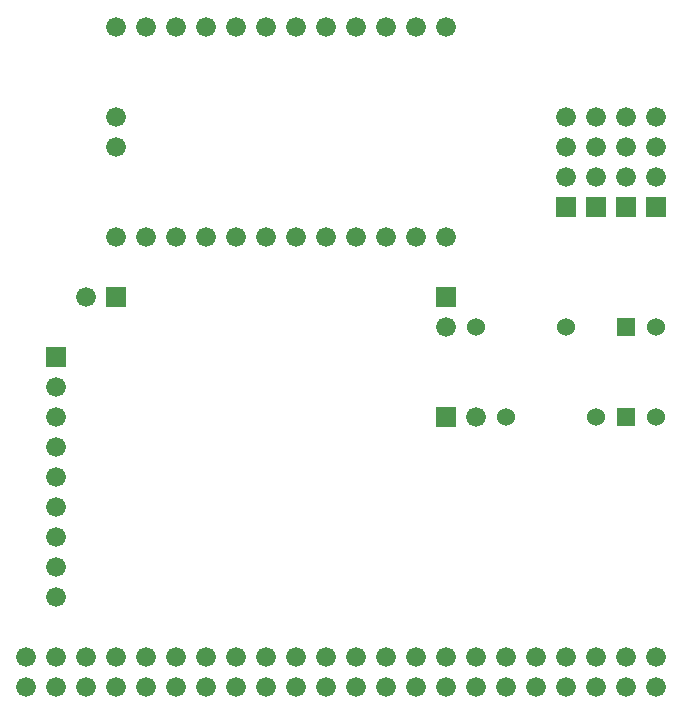
<source format=gts>
G04 start of page 6 for group -4063 idx -4063 *
G04 Title: (unknown), componentmask *
G04 Creator: pcb 20140316 *
G04 CreationDate: Fri 04 Aug 2017 03:19:25 PM GMT UTC *
G04 For: root *
G04 Format: Gerber/RS-274X *
G04 PCB-Dimensions (mil): 6000.00 5000.00 *
G04 PCB-Coordinate-Origin: lower left *
%MOIN*%
%FSLAX25Y25*%
%LNTOPMASK*%
%ADD38C,0.0600*%
%ADD37C,0.0001*%
%ADD36C,0.0660*%
G54D36*X40000Y230000D03*
Y240000D03*
X50000Y230000D03*
Y240000D03*
X250000D03*
Y230000D03*
X240000D03*
Y240000D03*
X230000D03*
Y230000D03*
X220000D03*
X210000D03*
X200000D03*
X220000Y240000D03*
X210000D03*
X200000D03*
X190000D03*
Y230000D03*
X180000D03*
X170000D03*
X180000Y240000D03*
X170000D03*
X160000D03*
X150000D03*
X140000D03*
X130000D03*
X160000Y230000D03*
X150000D03*
X140000D03*
X130000D03*
X120000D03*
X110000D03*
X100000D03*
X120000Y240000D03*
X110000D03*
X100000D03*
X90000D03*
X80000D03*
X70000D03*
X90000Y230000D03*
X80000D03*
X70000D03*
X60000D03*
Y240000D03*
G54D37*G36*
X216700Y393300D02*Y386700D01*
X223300D01*
Y393300D01*
X216700D01*
G37*
G54D36*X220000Y400000D03*
Y410000D03*
Y420000D03*
G54D37*G36*
X236700Y393300D02*Y386700D01*
X243300D01*
Y393300D01*
X236700D01*
G37*
G36*
X246700D02*Y386700D01*
X253300D01*
Y393300D01*
X246700D01*
G37*
G54D36*X240000Y400000D03*
X230000D03*
X250000D03*
X240000Y420000D03*
X230000D03*
X250000D03*
G54D37*G36*
X226700Y393300D02*Y386700D01*
X233300D01*
Y393300D01*
X226700D01*
G37*
G54D36*X240000Y410000D03*
X230000D03*
X250000D03*
X70000D03*
Y420000D03*
Y450000D03*
X80000D03*
X90000D03*
X100000D03*
X110000D03*
X120000D03*
X130000D03*
X140000D03*
X150000D03*
X160000D03*
X170000D03*
X180000D03*
X150000Y380000D03*
X140000D03*
X130000D03*
X120000D03*
X110000D03*
X100000D03*
X90000D03*
X180000D03*
X170000D03*
X160000D03*
G54D37*G36*
X176700Y363300D02*Y356700D01*
X183300D01*
Y363300D01*
X176700D01*
G37*
G54D36*X180000Y350000D03*
G54D38*X190000D03*
X220000D03*
G54D37*G36*
X237000Y353000D02*Y347000D01*
X243000D01*
Y353000D01*
X237000D01*
G37*
G54D38*X250000Y350000D03*
G54D37*G36*
X176700Y323300D02*Y316700D01*
X183300D01*
Y323300D01*
X176700D01*
G37*
G54D36*X190000Y320000D03*
G54D38*X200000D03*
X230000D03*
G54D37*G36*
X237000Y323000D02*Y317000D01*
X243000D01*
Y323000D01*
X237000D01*
G37*
G54D38*X250000Y320000D03*
G54D36*X80000Y380000D03*
X70000D03*
G54D37*G36*
X46700Y343300D02*Y336700D01*
X53300D01*
Y343300D01*
X46700D01*
G37*
G54D36*X50000Y330000D03*
Y320000D03*
Y310000D03*
Y300000D03*
Y290000D03*
Y280000D03*
Y270000D03*
Y260000D03*
G54D37*G36*
X66700Y363300D02*Y356700D01*
X73300D01*
Y363300D01*
X66700D01*
G37*
G54D36*X60000Y360000D03*
M02*

</source>
